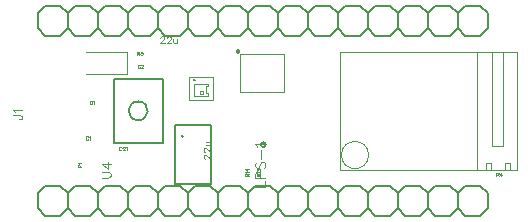
<source format=gto>
G04 Layer: TopSilkLayer*
G04 EasyEDA v6.4.3, 2020-08-12T23:02:41+05:30*
G04 0c64d8637b0b46b586c93cd23854d17d,10*
G04 Gerber Generator version 0.2*
G04 Scale: 100 percent, Rotated: No, Reflected: No *
G04 Dimensions in inches *
G04 leading zeros omitted , absolute positions ,2 integer and 4 decimal *
%FSLAX24Y24*%
%MOIN*%
G90*
G70D02*

%ADD15C,0.001000*%
%ADD29C,0.005000*%
%ADD30C,0.006000*%
%ADD31C,0.004720*%
%ADD32C,0.003940*%
%ADD33C,0.004000*%
%ADD34C,0.002000*%
%ADD35C,0.001200*%
%ADD36C,0.003200*%
%ADD37C,0.001920*%
%ADD38C,0.002800*%

%LPD*%
G54D29*
G01X3539Y2437D02*
G01X5192Y2437D01*
G01X5192Y4563D01*
G01X3539Y4563D01*
G01X3539Y2437D01*
G54D30*
G01X13000Y250D02*
G01X12750Y0D01*
G01X12250Y0D01*
G01X12000Y250D01*
G01X11750Y0D01*
G01X11250Y0D01*
G01X11000Y250D01*
G01X10750Y0D01*
G01X10250Y0D01*
G01X10000Y250D01*
G01X9750Y0D01*
G01X9250Y0D01*
G01X9000Y250D01*
G01X8750Y0D01*
G01X8250Y0D01*
G01X8000Y250D01*
G01X7750Y0D01*
G01X7250Y0D01*
G01X7000Y250D01*
G01X6750Y0D01*
G01X6250Y0D01*
G01X6000Y250D01*
G01X5750Y0D01*
G01X5250Y0D01*
G01X5000Y250D01*
G01X4750Y0D01*
G01X4250Y0D01*
G01X4000Y250D01*
G01X3750Y0D01*
G01X3250Y0D01*
G01X3000Y250D01*
G01X2750Y0D01*
G01X2250Y0D01*
G01X2000Y250D01*
G01X1750Y0D01*
G01X1250Y0D01*
G01X1000Y250D01*
G01X1000Y750D01*
G01X1250Y1000D01*
G01X1750Y1000D01*
G01X2000Y750D01*
G01X2250Y1000D01*
G01X2750Y1000D01*
G01X3000Y750D01*
G01X3250Y1000D01*
G01X3750Y1000D01*
G01X4000Y750D01*
G01X4250Y1000D01*
G01X4750Y1000D01*
G01X5000Y750D01*
G01X5250Y1000D01*
G01X5750Y1000D01*
G01X6000Y750D01*
G01X6250Y1000D01*
G01X6750Y1000D01*
G01X7000Y750D01*
G01X7250Y1000D01*
G01X7750Y1000D01*
G01X8000Y750D01*
G01X8250Y1000D01*
G01X8750Y1000D01*
G01X9000Y750D01*
G01X9250Y1000D01*
G01X9750Y1000D01*
G01X10000Y750D01*
G01X10250Y1000D01*
G01X10750Y1000D01*
G01X11000Y750D01*
G01X11250Y1000D01*
G01X11750Y1000D01*
G01X12000Y750D01*
G01X12250Y1000D01*
G01X12750Y1000D01*
G01X13000Y750D01*
G01X13250Y1000D01*
G01X13750Y1000D01*
G01X14000Y750D01*
G01X14000Y250D01*
G01X13750Y0D01*
G01X13250Y0D01*
G01X13000Y250D01*
G01X13000Y750D01*
G01X14000Y750D02*
G01X14250Y1000D01*
G01X14750Y1000D01*
G01X15000Y750D01*
G01X15000Y250D01*
G01X14750Y0D01*
G01X14250Y0D01*
G01X14000Y250D01*
G01X11000Y750D02*
G01X11000Y250D01*
G01X12000Y750D02*
G01X12000Y250D01*
G01X10000Y750D02*
G01X10000Y250D01*
G01X8000Y750D02*
G01X8000Y250D01*
G01X9000Y750D02*
G01X9000Y250D01*
G01X7000Y750D02*
G01X7000Y250D01*
G01X5000Y750D02*
G01X5000Y250D01*
G01X6000Y750D02*
G01X6000Y250D01*
G01X4000Y750D02*
G01X4000Y250D01*
G01X2000Y750D02*
G01X2000Y250D01*
G01X3000Y750D02*
G01X3000Y250D01*
G01X15000Y750D02*
G01X15250Y1000D01*
G01X15750Y1000D01*
G01X16000Y750D01*
G01X16000Y250D01*
G01X15750Y0D01*
G01X15250Y0D01*
G01X15000Y250D01*
G54D31*
G01X2598Y4724D02*
G01X3992Y4724D01*
G01X3992Y5472D01*
G01X2598Y5472D01*
G54D29*
G01X5580Y3031D02*
G01X5580Y1063D01*
G01X6761Y1063D01*
G01X6761Y3031D01*
G01X5580Y3031D01*
G54D30*
G01X4000Y6750D02*
G01X4250Y7000D01*
G01X4750Y7000D01*
G01X5000Y6750D01*
G01X5250Y7000D01*
G01X5750Y7000D01*
G01X6000Y6750D01*
G01X6250Y7000D01*
G01X6750Y7000D01*
G01X7000Y6750D01*
G01X7250Y7000D01*
G01X7750Y7000D01*
G01X8000Y6750D01*
G01X8250Y7000D01*
G01X8750Y7000D01*
G01X9000Y6750D01*
G01X9250Y7000D01*
G01X9750Y7000D01*
G01X10000Y6750D01*
G01X10250Y7000D01*
G01X10750Y7000D01*
G01X11000Y6750D01*
G01X11250Y7000D01*
G01X11750Y7000D01*
G01X12000Y6750D01*
G01X12250Y7000D01*
G01X12750Y7000D01*
G01X13000Y6750D01*
G01X13250Y7000D01*
G01X13750Y7000D01*
G01X14000Y6750D01*
G01X14250Y7000D01*
G01X14750Y7000D01*
G01X15000Y6750D01*
G01X15250Y7000D01*
G01X15750Y7000D01*
G01X16000Y6750D01*
G01X16000Y6250D01*
G01X15750Y6000D01*
G01X15250Y6000D01*
G01X15000Y6250D01*
G01X14750Y6000D01*
G01X14250Y6000D01*
G01X14000Y6250D01*
G01X13750Y6000D01*
G01X13250Y6000D01*
G01X13000Y6250D01*
G01X12750Y6000D01*
G01X12250Y6000D01*
G01X12000Y6250D01*
G01X11750Y6000D01*
G01X11250Y6000D01*
G01X11000Y6250D01*
G01X10750Y6000D01*
G01X10250Y6000D01*
G01X10000Y6250D01*
G01X9750Y6000D01*
G01X9250Y6000D01*
G01X9000Y6250D01*
G01X8750Y6000D01*
G01X8250Y6000D01*
G01X8000Y6250D01*
G01X7750Y6000D01*
G01X7250Y6000D01*
G01X7000Y6250D01*
G01X6750Y6000D01*
G01X6250Y6000D01*
G01X6000Y6250D01*
G01X5750Y6000D01*
G01X5250Y6000D01*
G01X5000Y6250D01*
G01X4750Y6000D01*
G01X4250Y6000D01*
G01X4000Y6250D01*
G01X3750Y6000D01*
G01X3250Y6000D01*
G01X3000Y6250D01*
G01X3000Y6750D01*
G01X3250Y7000D01*
G01X3750Y7000D01*
G01X4000Y6750D01*
G01X4000Y6250D01*
G01X3000Y6250D02*
G01X2750Y6000D01*
G01X2250Y6000D01*
G01X2000Y6250D01*
G01X2000Y6750D01*
G01X2250Y7000D01*
G01X2750Y7000D01*
G01X3000Y6750D01*
G01X6000Y6250D02*
G01X6000Y6750D01*
G01X5000Y6250D02*
G01X5000Y6750D01*
G01X7000Y6250D02*
G01X7000Y6750D01*
G01X9000Y6250D02*
G01X9000Y6750D01*
G01X8000Y6250D02*
G01X8000Y6750D01*
G01X10000Y6250D02*
G01X10000Y6750D01*
G01X12000Y6250D02*
G01X12000Y6750D01*
G01X11000Y6250D02*
G01X11000Y6750D01*
G01X13000Y6250D02*
G01X13000Y6750D01*
G01X15000Y6250D02*
G01X15000Y6750D01*
G01X14000Y6250D02*
G01X14000Y6750D01*
G01X2000Y6250D02*
G01X1750Y6000D01*
G01X1250Y6000D01*
G01X1000Y6250D01*
G01X1000Y6750D01*
G01X1250Y7000D01*
G01X1750Y7000D01*
G01X2000Y6750D01*
G54D32*
G01X11082Y5468D02*
G01X15649Y5468D01*
G01X16141Y5468D01*
G01X16496Y5468D01*
G01X16988Y5468D01*
G01X16988Y1531D01*
G01X16732Y1531D01*
G01X16574Y1531D01*
G01X16102Y1531D01*
G01X15944Y1531D01*
G01X15649Y1531D01*
G01X11082Y1531D01*
G01X11082Y5468D01*
G01X15649Y5468D02*
G01X15649Y1531D01*
G01X16496Y5468D02*
G01X16496Y2318D01*
G01X16141Y2318D01*
G01X16141Y5468D01*
G01X16732Y1531D02*
G01X16732Y1767D01*
G01X16574Y1767D01*
G01X16574Y1531D01*
G01X16102Y1531D02*
G01X16102Y1767D01*
G01X15944Y1767D01*
G01X15944Y1531D01*
G54D33*
G01X7755Y5403D02*
G01X9212Y5403D01*
G01X9212Y4143D01*
G01X7755Y4143D01*
G01X7755Y5403D01*
G54D34*
G01X6053Y4635D02*
G01X6840Y4635D01*
G01X6840Y3848D01*
G01X6053Y3848D01*
G01X6053Y4635D01*
G54D15*
G01X6683Y4084D02*
G01X6604Y4084D01*
G01X6604Y4320D01*
G01X6683Y4320D01*
G01X6683Y4399D01*
G01X6210Y4399D01*
G01X6210Y4005D01*
G01X6683Y4005D01*
G01X6683Y4084D01*
G01X6407Y4163D02*
G01X6407Y4045D01*
G01X6525Y4045D01*
G01X6525Y4163D01*
G01X6407Y4163D01*
G54D35*
G01X8302Y1319D02*
G01X8416Y1319D01*
G01X8302Y1319D02*
G01X8302Y1368D01*
G01X8307Y1385D01*
G01X8312Y1390D01*
G01X8323Y1396D01*
G01X8334Y1396D01*
G01X8345Y1390D01*
G01X8351Y1385D01*
G01X8356Y1368D01*
G01X8356Y1319D01*
G01X8356Y1357D02*
G01X8416Y1396D01*
G01X8323Y1432D02*
G01X8318Y1442D01*
G01X8302Y1459D01*
G01X8416Y1459D01*
G01X8302Y1506D02*
G01X8302Y1566D01*
G01X8345Y1533D01*
G01X8345Y1549D01*
G01X8351Y1560D01*
G01X8356Y1566D01*
G01X8372Y1571D01*
G01X8383Y1571D01*
G01X8400Y1566D01*
G01X8411Y1555D01*
G01X8416Y1538D01*
G01X8416Y1522D01*
G01X8411Y1506D01*
G01X8405Y1500D01*
G01X8394Y1495D01*
G01X7912Y1314D02*
G01X8026Y1314D01*
G01X7912Y1314D02*
G01X7912Y1363D01*
G01X7917Y1380D01*
G01X7922Y1385D01*
G01X7933Y1391D01*
G01X7944Y1391D01*
G01X7955Y1385D01*
G01X7961Y1380D01*
G01X7966Y1363D01*
G01X7966Y1314D01*
G01X7966Y1353D02*
G01X8026Y1391D01*
G01X7933Y1427D02*
G01X7928Y1438D01*
G01X7912Y1454D01*
G01X8026Y1454D01*
G01X7912Y1545D02*
G01X7988Y1490D01*
G01X7988Y1572D01*
G01X7912Y1545D02*
G01X8026Y1545D01*
G54D36*
G01X3126Y1265D02*
G01X3344Y1265D01*
G01X3388Y1279D01*
G01X3417Y1308D01*
G01X3431Y1352D01*
G01X3431Y1381D01*
G01X3417Y1425D01*
G01X3388Y1454D01*
G01X3344Y1468D01*
G01X3126Y1468D01*
G01X3126Y1710D02*
G01X3330Y1564D01*
G01X3330Y1783D01*
G01X3126Y1710D02*
G01X3431Y1710D01*
G54D35*
G01X3793Y2274D02*
G01X3786Y2285D01*
G01X3776Y2296D01*
G01X3765Y2301D01*
G01X3744Y2301D01*
G01X3733Y2296D01*
G01X3722Y2285D01*
G01X3715Y2274D01*
G01X3711Y2258D01*
G01X3711Y2230D01*
G01X3715Y2214D01*
G01X3722Y2203D01*
G01X3733Y2192D01*
G01X3744Y2187D01*
G01X3765Y2187D01*
G01X3776Y2192D01*
G01X3786Y2203D01*
G01X3793Y2214D01*
G01X3834Y2274D02*
G01X3834Y2279D01*
G01X3840Y2290D01*
G01X3845Y2296D01*
G01X3856Y2301D01*
G01X3878Y2301D01*
G01X3889Y2296D01*
G01X3894Y2290D01*
G01X3900Y2279D01*
G01X3900Y2268D01*
G01X3894Y2258D01*
G01X3883Y2241D01*
G01X3829Y2187D01*
G01X3904Y2187D01*
G01X3940Y2279D02*
G01X3952Y2285D01*
G01X3968Y2301D01*
G01X3968Y2187D01*
G54D36*
G01X180Y3357D02*
G01X413Y3357D01*
G01X456Y3343D01*
G01X471Y3328D01*
G01X486Y3299D01*
G01X486Y3270D01*
G01X471Y3241D01*
G01X456Y3226D01*
G01X413Y3212D01*
G01X384Y3212D01*
G01X238Y3453D02*
G01X224Y3482D01*
G01X180Y3526D01*
G01X486Y3526D01*
G54D35*
G01X2739Y3842D02*
G01X2739Y3727D01*
G01X2739Y3842D02*
G01X2777Y3842D01*
G01X2793Y3836D01*
G01X2804Y3825D01*
G01X2809Y3814D01*
G01X2815Y3797D01*
G01X2815Y3771D01*
G01X2809Y3754D01*
G01X2804Y3743D01*
G01X2793Y3732D01*
G01X2777Y3727D01*
G01X2739Y3727D01*
G01X2851Y3820D02*
G01X2862Y3825D01*
G01X2878Y3842D01*
G01X2878Y3727D01*
G01X4411Y5015D02*
G01X4405Y5026D01*
G01X4394Y5037D01*
G01X4384Y5042D01*
G01X4362Y5042D01*
G01X4351Y5037D01*
G01X4340Y5026D01*
G01X4334Y5015D01*
G01X4329Y4999D01*
G01X4329Y4971D01*
G01X4334Y4955D01*
G01X4340Y4944D01*
G01X4351Y4933D01*
G01X4362Y4928D01*
G01X4384Y4928D01*
G01X4394Y4933D01*
G01X4405Y4944D01*
G01X4411Y4955D01*
G01X4452Y5015D02*
G01X4452Y5020D01*
G01X4458Y5031D01*
G01X4463Y5037D01*
G01X4474Y5042D01*
G01X4496Y5042D01*
G01X4507Y5037D01*
G01X4512Y5031D01*
G01X4518Y5020D01*
G01X4518Y5010D01*
G01X4512Y4999D01*
G01X4501Y4982D01*
G01X4447Y4928D01*
G01X4523Y4928D01*
G01X16290Y1427D02*
G01X16290Y1313D01*
G01X16290Y1427D02*
G01X16338Y1427D01*
G01X16355Y1422D01*
G01X16361Y1416D01*
G01X16366Y1405D01*
G01X16366Y1394D01*
G01X16361Y1384D01*
G01X16355Y1378D01*
G01X16338Y1373D01*
G01X16290Y1373D01*
G01X16328Y1373D02*
G01X16366Y1313D01*
G01X16457Y1427D02*
G01X16402Y1351D01*
G01X16484Y1351D01*
G01X16457Y1427D02*
G01X16457Y1313D01*
G01X4309Y5475D02*
G01X4309Y5361D01*
G01X4309Y5475D02*
G01X4358Y5475D01*
G01X4375Y5470D01*
G01X4380Y5464D01*
G01X4386Y5454D01*
G01X4386Y5443D01*
G01X4380Y5432D01*
G01X4375Y5426D01*
G01X4358Y5421D01*
G01X4309Y5421D01*
G01X4347Y5421D02*
G01X4386Y5361D01*
G01X4487Y5475D02*
G01X4433Y5475D01*
G01X4427Y5426D01*
G01X4433Y5432D01*
G01X4449Y5437D01*
G01X4465Y5437D01*
G01X4482Y5432D01*
G01X4493Y5421D01*
G01X4498Y5404D01*
G01X4498Y5394D01*
G01X4493Y5377D01*
G01X4482Y5366D01*
G01X4465Y5361D01*
G01X4449Y5361D01*
G01X4433Y5366D01*
G01X4427Y5372D01*
G01X4422Y5383D01*
G01X2678Y2623D02*
G01X2672Y2634D01*
G01X2661Y2645D01*
G01X2650Y2651D01*
G01X2628Y2651D01*
G01X2618Y2645D01*
G01X2607Y2634D01*
G01X2601Y2623D01*
G01X2596Y2607D01*
G01X2596Y2580D01*
G01X2601Y2563D01*
G01X2607Y2552D01*
G01X2618Y2541D01*
G01X2628Y2536D01*
G01X2650Y2536D01*
G01X2661Y2541D01*
G01X2672Y2552D01*
G01X2678Y2563D01*
G01X2714Y2629D02*
G01X2724Y2634D01*
G01X2741Y2651D01*
G01X2741Y2536D01*
G01X2339Y1627D02*
G01X2453Y1627D01*
G01X2339Y1627D02*
G01X2339Y1676D01*
G01X2344Y1692D01*
G01X2350Y1698D01*
G01X2361Y1703D01*
G01X2371Y1703D01*
G01X2382Y1698D01*
G01X2388Y1692D01*
G01X2393Y1676D01*
G01X2393Y1627D01*
G01X2393Y1665D02*
G01X2453Y1703D01*
G01X2361Y1739D02*
G01X2355Y1750D01*
G01X2339Y1766D01*
G01X2453Y1766D01*
G54D37*
G01X5087Y5926D02*
G01X5087Y5937D01*
G01X5098Y5958D01*
G01X5109Y5969D01*
G01X5130Y5980D01*
G01X5174Y5980D01*
G01X5196Y5969D01*
G01X5207Y5958D01*
G01X5218Y5937D01*
G01X5218Y5915D01*
G01X5207Y5893D01*
G01X5185Y5860D01*
G01X5076Y5751D01*
G01X5229Y5751D01*
G01X5311Y5926D02*
G01X5311Y5937D01*
G01X5322Y5958D01*
G01X5333Y5969D01*
G01X5355Y5980D01*
G01X5399Y5980D01*
G01X5421Y5969D01*
G01X5431Y5958D01*
G01X5442Y5937D01*
G01X5442Y5915D01*
G01X5431Y5893D01*
G01X5410Y5860D01*
G01X5301Y5751D01*
G01X5453Y5751D01*
G01X5525Y5904D02*
G01X5525Y5795D01*
G01X5536Y5762D01*
G01X5558Y5751D01*
G01X5591Y5751D01*
G01X5613Y5762D01*
G01X5645Y5795D01*
G01X5645Y5904D02*
G01X5645Y5751D01*
G01X6589Y1907D02*
G01X6578Y1907D01*
G01X6556Y1918D01*
G01X6545Y1929D01*
G01X6534Y1951D01*
G01X6534Y1995D01*
G01X6545Y2017D01*
G01X6556Y2028D01*
G01X6578Y2038D01*
G01X6600Y2038D01*
G01X6621Y2028D01*
G01X6654Y2005D01*
G01X6763Y1897D01*
G01X6763Y2049D01*
G01X6589Y2132D02*
G01X6578Y2132D01*
G01X6556Y2143D01*
G01X6545Y2154D01*
G01X6534Y2176D01*
G01X6534Y2220D01*
G01X6545Y2241D01*
G01X6556Y2252D01*
G01X6578Y2263D01*
G01X6600Y2263D01*
G01X6621Y2252D01*
G01X6654Y2230D01*
G01X6763Y2121D01*
G01X6763Y2274D01*
G01X6611Y2346D02*
G01X6720Y2346D01*
G01X6752Y2357D01*
G01X6763Y2379D01*
G01X6763Y2412D01*
G01X6752Y2433D01*
G01X6720Y2466D01*
G01X6611Y2466D02*
G01X6763Y2466D01*
G54D38*
G01X8248Y954D02*
G01X8582Y954D01*
G01X8582Y954D02*
G01X8582Y1145D01*
G01X8248Y1250D02*
G01X8582Y1250D01*
G01X8248Y1250D02*
G01X8248Y1393D01*
G01X8264Y1441D01*
G01X8280Y1457D01*
G01X8312Y1473D01*
G01X8360Y1473D01*
G01X8391Y1457D01*
G01X8407Y1441D01*
G01X8423Y1393D01*
G01X8423Y1250D01*
G01X8296Y1801D02*
G01X8264Y1769D01*
G01X8248Y1721D01*
G01X8248Y1657D01*
G01X8264Y1610D01*
G01X8296Y1578D01*
G01X8328Y1578D01*
G01X8360Y1594D01*
G01X8375Y1610D01*
G01X8391Y1642D01*
G01X8423Y1737D01*
G01X8439Y1769D01*
G01X8455Y1785D01*
G01X8487Y1801D01*
G01X8535Y1801D01*
G01X8566Y1769D01*
G01X8582Y1721D01*
G01X8582Y1657D01*
G01X8566Y1610D01*
G01X8535Y1578D01*
G01X8439Y1906D02*
G01X8439Y2192D01*
G01X8312Y2297D02*
G01X8296Y2329D01*
G01X8248Y2377D01*
G01X8582Y2377D01*
G54D29*
G75*
G01X4366Y3815D02*
G03X4368Y3815I-18J-315D01*
G01*
G75*
G01X5843Y2658D02*
G03X5842Y2655I-26J-1D01*
G01*
G54D32*
G75*
G01X11122Y2024D02*
G03X11122Y2026I453J1D01*
G01*
G54D29*
G75*
G01X8524Y2293D02*
G03X8522Y2293I-1J79D01*
G01*
G54D15*
G75*
G01X6250Y4518D02*
G03X6250Y4516I-39J1D01*
G01*

%LPD*%
G36*
G01X7682Y5560D02*
G01X7672Y5560D01*
G01X7662Y5559D01*
G01X7652Y5557D01*
G01X7643Y5553D01*
G01X7634Y5548D01*
G01X7627Y5542D01*
G01X7619Y5536D01*
G01X7613Y5528D01*
G01X7608Y5520D01*
G01X7603Y5511D01*
G01X7600Y5501D01*
G01X7598Y5492D01*
G01X7598Y5472D01*
G01X7600Y5462D01*
G01X7603Y5453D01*
G01X7608Y5444D01*
G01X7613Y5436D01*
G01X7619Y5428D01*
G01X7627Y5421D01*
G01X7634Y5415D01*
G01X7652Y5407D01*
G01X7662Y5404D01*
G01X7672Y5403D01*
G01X7682Y5403D01*
G01X7691Y5404D01*
G01X7701Y5407D01*
G01X7719Y5415D01*
G01X7727Y5421D01*
G01X7734Y5428D01*
G01X7746Y5444D01*
G01X7750Y5453D01*
G01X7753Y5462D01*
G01X7755Y5472D01*
G01X7755Y5492D01*
G01X7753Y5501D01*
G01X7750Y5511D01*
G01X7746Y5520D01*
G01X7734Y5536D01*
G01X7727Y5542D01*
G01X7719Y5548D01*
G01X7710Y5553D01*
G01X7701Y5557D01*
G01X7691Y5559D01*
G01X7682Y5560D01*
G37*
M00*
M02*

</source>
